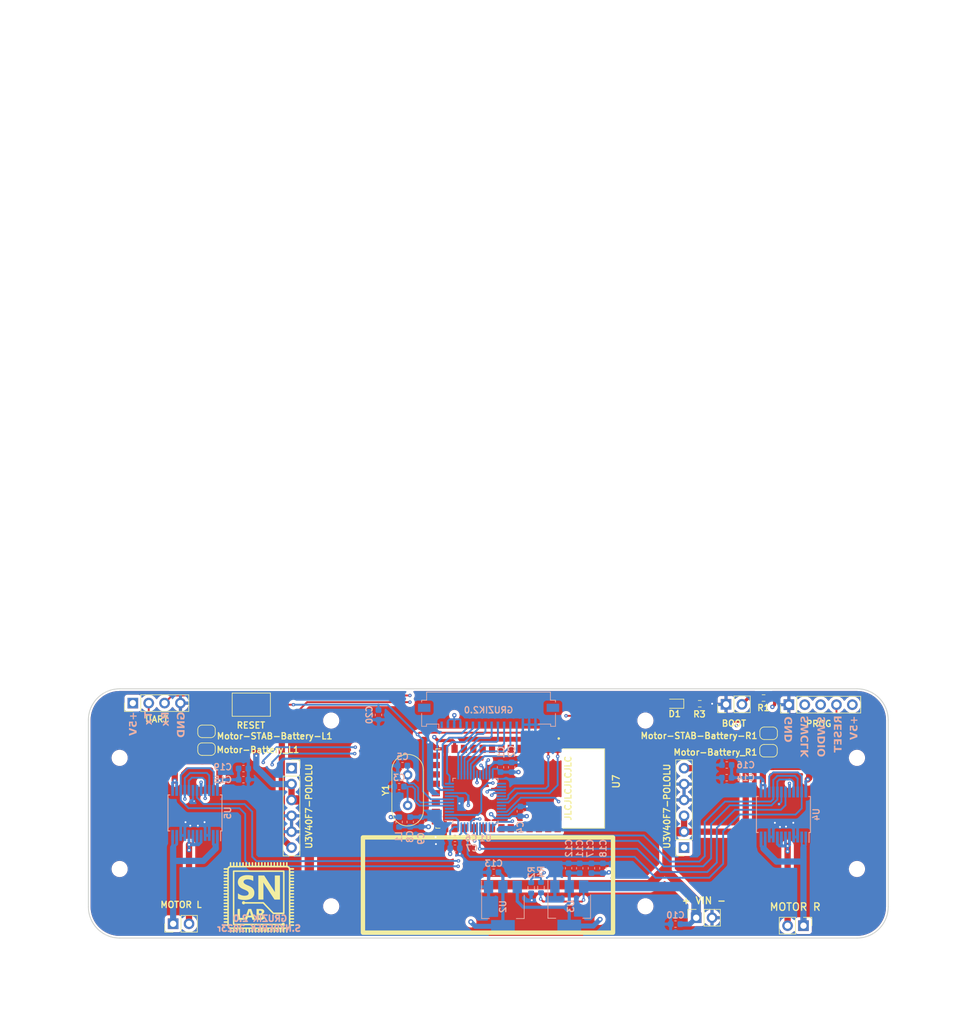
<source format=kicad_pcb>
(kicad_pcb (version 20221018) (generator pcbnew)
  (layers (0 "F.Cu" mixed) (1 "In1.Cu" mixed) (2 "In2.Cu" mixed) (31 "B.Cu" mixed) (34 "B.Paste" user) (35 "F.Paste" user) (36 "B.SilkS" user "B.Silkscreen") (37 "F.SilkS" user "F.Silkscreen") (38 "B.Mask" user) (39 "F.Mask" user) (44 "Edge.Cuts" user))
  (net 0 "")
  (net 1 "GND")
  (net 2 "/BOOT0")
  (net 3 "+3.3V")
  (net 4 "/HSE_OUT")
  (net 5 "/HSE_IN")
  (net 6 "+3.3VA")
  (net 7 "VDC")
  (net 8 "+5V")
  (net 9 "Motor_R")
  (net 10 "Motor_L")
  (net 11 "Net-(D1-K)")
  (net 12 "PC13")
  (net 13 "PB0")
  (net 14 "PA7")
  (net 15 "PA6")
  (net 16 "PA5")
  (net 17 "PA4")
  (net 18 "PA3")
  (net 19 "PA2")
  (net 20 "PA1")
  (net 21 "PA0")
  (net 22 "Net-(Motor-STAB-Battery-L1-B)")
  (net 23 "Net-(Motor-STAB-Battery-R1-B)")
  (net 24 "Net-(MOTOR_L1-Pin_1)")
  (net 25 "Net-(MOTOR_L1-Pin_2)")
  (net 26 "Net-(MOTOR_R1-Pin_1)")
  (net 27 "SWDIO")
  (net 28 "SWCLK")
  (net 29 "PB1")
  (net 30 "Net-(MOTOR_R1-Pin_2)")
  (net 31 "PC14")
  (net 32 "PC15")
  (net 33 "PB2")
  (net 34 "PB10")
  (net 35 "PB11")
  (net 36 "PB12")
  (net 37 "PB13")
  (net 38 "PB14")
  (net 39 "PB15")
  (net 40 "PA8")
  (net 41 "PA9")
  (net 42 "PA10")
  (net 43 "PA11")
  (net 44 "PA12")
  (net 45 "PA15")
  (net 46 "SWO")
  (net 47 "PB4")
  (net 48 "PB5")
  (net 49 "PB6")
  (net 50 "PB7")
  (net 51 "PB8")
  (net 52 "PB9")
  (net 83 "RESET")
  (footprint "Crystal:Crystal_HC49-4H_Vertical" (layer "F.Cu") (at 87.4268 151.7512 90)
    (fp_text reference "Y1")
    (fp_text value "8MHz")
  )
  (footprint "MountingHole:MountingHole_2.1mm" (layer "F.Cu") (at 75.184 167.894)
    (fp_text reference "REF**" hide)
    (fp_text value "MountingHole_2.1mm")
  )
  (footprint "Connector_PinHeader_2.54mm:PinHeader_1x02_P2.54mm_Vertical" (layer "F.Cu") (at 138.3792 135.5852 90)
    (fp_text reference "BOOT")
    (fp_text value "Conn_01x02_Pin")
  )
  (footprint "Jumper:SolderJumper-2_P1.3mm_Open_RoundedPad1.0x1.5mm" (layer "F.Cu") (at 145.1968 140.208 180)
    (fp_text reference "Motor-STAB-Battery-R1")
    (fp_text value "SolderJumper_2_Open")
  )
  (footprint "Jumper:SolderJumper-2_P1.3mm_Open_RoundedPad1.0x1.5mm" (layer "F.Cu") (at 145.176 143.002)
    (fp_text reference "Motor-Battery_R1")
    (fp_text value "SolderJumper_2_Open")
  )
  (footprint "Jumper:SolderJumper-2_P1.3mm_Open_RoundedPad1.0x1.5mm" (layer "F.Cu") (at 55.23 139.9032)
    (fp_text reference "Motor-STAB-Battery-L1")
    (fp_text value "SolderJumper_2_Open")
  )
  (footprint "Connector_PinHeader_2.54mm:PinHeader_1x02_P2.54mm_Vertical" (layer "F.Cu") (at 49.8856 170.688 90)
    (fp_text reference "MOTOR L")
    (fp_text value "Conn_01x02")
  )
  (footprint "Connector_PinHeader_2.54mm:PinHeader_1x04_P2.54mm_Vertical" (layer "F.Cu") (at 43.434 135.382 90)
    (fp_text reference "UART")
    (fp_text value "Conn_01x04")
  )
  (footprint "Connector_PinHeader_2.54mm:PinHeader_1x02_P2.54mm_Vertical" (layer "F.Cu") (at 150.7744 170.9928 -90)
    (fp_text reference "MOTOR R")
    (fp_text value "Conn_01x02")
  )
  (footprint "SN-LAB-logo:SN-LAB" (layer "F.Cu") (at 63.306772 166.531623)
    (fp_text reference "G***" hide)
    (fp_text value "LOGO" hide)
  )
  (footprint "MountingHole:MountingHole_2.1mm" (layer "F.Cu") (at 41.322 144.145)
    (fp_text reference "REF**" hide)
    (fp_text value "MountingHole_2.1mm")
  )
  (footprint "Jumper:SolderJumper-2_P1.3mm_Open_RoundedPad1.0x1.5mm" (layer "F.Cu") (at 55.23 142.748 180)
    (fp_text reference "Motor-Battery_L1")
    (fp_text value "SolderJumper_2_Open")
  )
  (footprint "MountingHole:MountingHole_2.1mm" (layer "F.Cu") (at 125.476 138.176)
    (fp_text reference "REF**" hide)
    (fp_text value "MountingHole_2.1mm")
  )
  (footprint "MountingHole:MountingHole_2.1mm" (layer "F.Cu") (at 159.338 161.925)
    (fp_text reference "REF**" hide)
    (fp_text value "MountingHole_2.1mm")
  )
  (footprint "Connector_PinHeader_2.54mm:PinHeader_1x05_P2.54mm_Vertical" (layer "F.Cu") (at 148.4376 135.636 90)
    (fp_text reference "PROG")
    (fp_text value "Conn_01x05")
  )
  (footprint "Resistor_SMD:R_0603_1608Metric" (layer "F.Cu") (at 144.3858 134.5692)
    (fp_text reference "R1")
    (fp_text value "10k")
  )
  (footprint "Resistor_SMD:R_0603_1608Metric" (layer "F.Cu") (at 134.175 135.4836)
    (fp_text reference "R3")
    (fp_text value "510R")
  )
  (footprint "MountingHole:MountingHole_2.1mm" (layer "F.Cu") (at 159.338 144.145)
    (fp_text reference "REF**" hide)
    (fp_text value "MountingHole_2.1mm")
  )
  (footprint "HC-05_module:XCVR_HC-05" (layer "F.Cu") (at 105.1062 149.0472 -90)
    (fp_text reference "U7")
    (fp_text value "HC-05")
  )
  (footprint "MountingHole:MountingHole_2.1mm" (layer "F.Cu") (at 75.184 138.176)
    (fp_text reference "REF**" hide)
    (fp_text value "MountingHole_2.1mm")
  )
  (footprint "Connector_PinSocket_2.54mm:PinSocket_1x06_P2.54mm_Vertical" (layer "F.Cu") (at 131.666 158.496 180)
    (fp_text reference "U3V40F7-POLOLU")
    (fp_text value "Conn_01x06")
  )
  (footprint "Connector_PinSocket_2.54mm:PinSocket_1x06_P2.54mm_Vertical" (layer "F.Cu") (at 68.834 145.796)
    (fp_text reference "U3V40F7-POLOLU")
    (fp_text value "Conn_01x06")
  )
  (footprint "MountingHole:MountingHole_2.1mm" (layer "F.Cu") (at 41.322 161.925)
    (fp_text reference "REF**" hide)
    (fp_text value "MountingHole_2.1mm")
  )
  (footprint "Connector_PinSocket_2.54mm:PinSocket_1x02_P2.54mm_Vertical" (layer "F.Cu") (at 133.604 169.7228 90)
    (fp_text reference "+ VIN -")
    (fp_text value "Conn_01x02")
  )
  (footprint "Button_Switch_SMD:SW_SPST_CK_RS282G05A3" (layer "F.Cu") (at 62.394 135.636)
    (fp_text reference "RESET")
    (fp_text value "SW_SPST")
  )
  (footprint "LED_SMD:LED_0603_1608Metric" (layer "F.Cu") (at 130.1365 135.4836 180)
    (fp_text reference "D1")
    (fp_text value "BLUE")
  )
  (footprint "MountingHole:MountingHole_2.1mm" (layer "F.Cu") (at 125.476 167.894)
    (fp_text reference "REF**" hide)
    (fp_text value "MountingHole_2.1mm")
  )
  (footprint "Package_TO_SOT_SMD:SOT-223-3_TabPin2" (layer "B.Cu") (at 113.284 167.894 -90)
    (fp_text reference "U3")
    (fp_text value "LM1117MP-5.0")
  )
  (footprint "Capacitor_SMD:C_0603_1608Metric" (layer "B.Cu") (at 105.4608 152.7048 90)
    (fp_text reference "C4")
    (fp_text value "100n")
  )
  (footprint "Package_TO_SOT_SMD:SOT-223-3_TabPin2" (layer "B.Cu") (at 102.6668 167.9444 -90)
    (fp_text reference "U2")
    (fp_text value "LM1117MP-3.3")
  )
  (footprint "Capacitor_SMD:C_0603_1608Metric" (layer "B.Cu") (at 86.601 145.3896 180)
    (fp_text reference "C5")
    (fp_text value "20p")
  )
  (footprint "Package_SO:SSOP-24_5.3x8.2mm_P0.65mm" (layer "B.Cu") (at 147.567 153.206 90)
    (fp_text reference "U4")
    (fp_text value "TB6612FNG")
  )
  (footprint "Capacitor_SMD:C_0603_1608Metric" (layer "B.Cu") (at 113.1824 161.798 90)
    (fp_text reference "C12")
    (fp_text value "10u")
  )
  (footprint "Capacitor_SMD:C_0603_1608Metric" (layer "B.Cu") (at 94.996 157.0228)
    (fp_text reference "C6")
    (fp_text value "100n")
  )
  (footprint "Capacitor_SMD:C_0603_1608Metric" (layer "B.Cu") (at 61.137476 145.86)
    (fp_text reference "C19")
    (fp_text value "10u")
  )
  (footprint "Resistor_SMD:R_0603_1608Metric" (layer "B.Cu") (at 107.188 164.9354 -90)
    (fp_text reference "R2")
    (fp_text value "20K")
  )
  (footprint "Capacitor_SMD:C_0603_1608Metric" (layer "B.Cu") (at 82.7532 137.2746 90)
    (fp_text reference "C20")
    (fp_text value "100n")
  )
  (footprint "Capacitor_SMD:C_0603_1608Metric" (layer "B.Cu") (at 102.2858 145.6436 90)
    (fp_text reference "C1")
    (fp_text value "4u7")
  )
  (footprint "Capacitor_SMD:C_0603_1608Metric" (layer "B.Cu") (at 86.0552 148.7424 180)
    (fp_text reference "C3")
    (fp_text value "20p")
  )
  (footprint "Capacitor_SMD:C_0603_1608Metric" (layer "B.Cu") (at 61.137476 147.638)
    (fp_text reference "C15")
    (fp_text value "0.1u")
  )
  (footprint "Inductor_SMD:L_0603_1608Metric" (layer "B.Cu") (at 86.0552 154.4067 -90)
    (fp_text reference "L1")
    (fp_text value "27n")
  )
  (footprint "Package_SO:SSOP-24_5.3x8.2mm_P0.65mm" (layer "B.Cu") (at 53.381 152.952 90)
    (fp_text reference "U5")
    (fp_text value "TB6612FNG")
  )
  (footprint "Capacitor_SMD:C_0603_1608Metric" (layer "B.Cu") (at 89.6112 154.3942 90)
    (fp_text reference "C9")
    (fp_text value "100n")
  )
  (footprint "Capacitor_SMD:C_0603_1608Metric" (layer "B.Cu") (at 101.1936 162.4584 180)
    (fp_text reference "C13")
    (fp_text value "33u")
  )
  (footprint "Capacitor_SMD:C_0603_1608Metric" (layer "B.Cu") (at 116.84 161.798 90)
    (fp_text reference "C17")
    (fp_text value "0.1u")
  )
  (footprint "Resistor_SMD:R_0603_1608Metric" (layer "B.Cu") (at 108.7628 164.8988 -90)
    (fp_text reference "R4")
    (fp_text value "33K")
  )
  (footprint "Capacitor_SMD:C_0603_1608Metric" (layer "B.Cu") (at 94.996 158.5976)
    (fp_text reference "C7")
    (fp_text value "100n")
  )
  (footprint "Capacitor_SMD:C_0603_1608Metric" (layer "B.Cu") (at 138.486476 147.32 180)
    (fp_text reference "C14")
    (fp_text value "0.1u")
  )
  (footprint "Capacitor_SMD:C_0603_1608Metric" (layer "B.Cu") (at 118.6688 161.798 90)
    (fp_text reference "C18")
    (fp_text value "0.1u")
  )
  (footprint "Package_QFP:LQFP-48_7x7mm_P0.5mm" (layer "B.Cu") (at 98.27 151.0315)
    (fp_text reference "U1")
    (fp_text value "STM32F103C8T6")
  )
  (footprint "Capacitor_SMD:C_0603_1608Metric" (layer "B.Cu") (at 130.289 170.7388 180)
    (fp_text reference "C10")
    (fp_text value "10u")
  )
  (footprint "Capacitor_SMD:C_0603_1608Metric" (layer "B.Cu") (at 87.8332 154.3942 90)
    (fp_text reference "C8")
    (fp_text value "1u")
  )
  (footprint "Connector_FFC-FPC:Molex_200528-0160_1x16-1MP_P1.00mm_Horizontal" (layer "B.Cu") (at 100.3672 137.9264)
    (fp_text reference "GRUZIK2.0")
    (fp_text value "Conn_01x16")
  )
  (footprint "Capacitor_SMD:C_0603_1608Metric" (layer "B.Cu") (at 138.499476 145.288 180)
    (fp_text reference "C16")
    (fp_text value "10u")
  )
  (footprint "Capacitor_SMD:C_0603_1608Metric" (layer "B.Cu") (at 114.9604 161.798 90)
    (fp_text reference "C11")
    (fp_text value "33u")
  )
  (footprint "Capacitor_SMD:C_0603_1608Metric" (layer "B.Cu") (at 104.0638 145.6436 90)
    (fp_text reference "C2")
    (fp_text value "100n")
  )
  (gr_rect (start 80.264 156.8704) (end 120.2944 172.1104) (stroke (width 0.7)) (fill none) (layer "F.SilkS"))
  (gr_line (start 164.338 167.974) (end 164.338 138.096) (stroke (width 0.15)) (layer "Edge.Cuts"))
  (gr_arc (start 164.338 167.974) (mid 162.873534 171.509533) (end 159.338 172.974) (stroke (width 0.15)) (layer "Edge.Cuts"))
  (gr_line (start 159.338 172.974) (end 41.322 172.974) (stroke (width 0.15)) (layer "Edge.Cuts"))
  (gr_arc (start 159.338 133.096) (mid 162.873533 134.560466) (end 164.338 138.096) (stroke (width 0.15)) (layer "Edge.Cuts"))
  (gr_arc (start 41.322 172.974) (mid 37.786467 171.509534) (end 36.322 167.974) (stroke (width 0.15)) (layer "Edge.Cuts"))
  (gr_line (start 36.322 138.096) (end 36.322 167.974) (stroke (width 0.15)) (layer "Edge.Cuts"))
  (gr_line (start 159.338 133.096) (end 41.322 133.096) (stroke (width 0.15)) (layer "Edge.Cuts"))
  (gr_arc (start 36.322 138.096) (mid 37.786466 134.560467) (end 41.322 133.096) (stroke (width 0.15)) (layer "Edge.Cuts"))
  (gr_text "SWCLK" (at 151.7396 137.414 90) (layer "B.SilkS") (effects (font (size 1.2 1.2) (thickness 0.3) bold) (justify left bottom mirror)))
  (gr_text "Tx" (at 46.6852 136.7028 90) (layer "B.SilkS") (effects (font (size 1.2 1.2) (thickness 0.3) bold) (justify left bottom mirror)))
  (gr_text "GRUZIK 2.0" (at 68.2752 170.434) (layer "B.SilkS") (effects (font (size 1 1) (thickness 0.25) bold) (justify left bottom mirror)))
  (gr_text "+5V" (at 44.2468 136.7536 90) (layer "B.SilkS") (effects (font (size 1.2 1.2) (thickness 0.3) bold) (justify left bottom mirror)))
  (gr_text "+5V" (at 159.6136 137.414 90) (layer "B.SilkS") (effects (font (size 1.2 1.2) (thickness 0.3) bold) (justify left bottom mirror)))
  (gr_text "Rx" (at 49.3776 136.7536 90) (layer "B.SilkS") (effects (font (size 1.2 1.2) (thickness 0.3) bold) (justify left bottom mirror)))
  (gr_text "S.NYDEREK 2023r" (at 70.4596 172.0088) (layer "B.SilkS") (effects (font (size 1 1) (thickness 0.25) bold) (justify left bottom mirror)))
  (gr_text "SWDIO" (at 154.432 137.5156 90) (layer "B.SilkS") (effects (font (size 1.2 1.2) (thickness 0.3) bold) (justify left bottom mirror)))
  (gr_text "GND" (at 51.9176 136.7536 90) (layer "B.SilkS") (effects (font (size 1.2 1.2) (thickness 0.3) bold) (justify left bottom mirror)))
  (gr_text "RESET" (at 157.0736 137.3632 90) (layer "B.SilkS") (effects (font (size 1.2 1.2) (thickness 0.3) bold) (justify left bottom mirror)))
  (gr_text "GND" (at 149.1488 137.5156 90) (layer "B.SilkS") (effects (font (size 1.2 1.2) (thickness 0.3) bold) (justify left bottom mirror)))
  (gr_text "JLCJLCJLCJLC" (at 113.6904 154.2796 90) (layer "F.SilkS") (effects (font (size 1 1) (thickness 0.2) bold) (justify left bottom)))
  (segment (start 91.8972 156.8196) (end 91.9312 156.7856) (width 0.5) (layer "F.Cu") (net 1))
  (segment (start 91.7448 142.6972) (end 90.7288 141.6812) (width 0.5) (layer "F.Cu") (net 1))
  (segment (start 93.4312 157.216) (end 93.4312 155.3972) (width 0.5) (layer "F.Cu") (net 1))
  (segment (start 91.948 157.9372) (end 92.71 157.9372) (width 0.5) (layer "F.Cu") (net 1))
  (segment (start 135 135.4836) (end 136.1562 135.4836) (width 0.5) (layer "F.Cu") (net 1))
  (segment (start 91.9312 156.7856) (end 91.9312 154.2972) (width 0.5) (layer "F.Cu") (net 1))
  (segment (start 93.4312 142.6972) (end 91.7448 142.6972) (width 0.5) (layer "F.Cu") (net 1))
  (segment (start 92.71 157.9372) (end 93.4312 157.216) (width 0.5) (layer "F.Cu") (net 1))
  (via (at 51.8668 154.432) (size 0.7) (drill 0.3) (layers "F.Cu" "B.Cu") (net 1))
  (via (at 136.1562 135.4836) (size 0.7) (drill 0.3) (layers "F.Cu" "B.Cu") (net 1))
  (via (at 147.0152 155.194) (size 0.7) (drill 0.3) (layers "F.Cu" "B.Cu") (net 1))
  (via (at 146.2024 154.5336) (size 0.7) (drill 0.3) (layers "F.Cu" "B.Cu") (net 1))
  (via (at 53.848 154.9908) (size 0.7) (drill 0.3) (layers "F.Cu" "B.Cu") (net 1))
  (via (at 91.948 157.9372) (size 0.7) (drill 0.3) (layers "F.Cu" "B.Cu") (net 1))
  (via (at 91.8972 156.8196) (size 0.7) (drill 0.3) (layers "F.Cu" "B.Cu") (net 1))
  (via (at 52.6288 154.9908) (size 0.7) (drill 0.3) (layers "F.Cu" "B.Cu") (net 1))
  (via (at 53.2384 151.0792) (size 0.55) (drill 0.2) (layers "F.Cu" "B.Cu") (net 1))
  (via (at 90.7288 141.6812) (size 0.7) (drill 0.3) (layers "F.Cu" "B.Cu") (net 1))
  (via (at 106.5146 151.9298) (size 0.7) (drill 0.3) (layers "F.Cu" "B.Cu") (net 1))
  (via (at 95.7072 151.4348) (size 0.7) (drill 0.3) (layers "F.Cu" "B.Cu") (net 1))
  (via (at 147.9804 155.1432) (size 0.7) (drill 0.3) (layers "F.Cu" "B.Cu") (net 1))
  (via (at 107.2896 166.9288) (size 0.7) (drill 0.3) (layers "F.Cu" "B.Cu") (net 1))
  (via (at 105.156 144.8686) (size 0.7) (drill 0.3) (layers "F.Cu" "B.Cu") (net 1))
  (via (at 95.771 159.499) (size 0.7) (drill 0.3) (layers "F.Cu" "B.Cu") (net 1))
  (via (at 149.1488 154.5336) (size 0.7) (drill 0.3) (layers "F.Cu" "B.Cu") (net 1))
  (via (at 146.8628 151.5364) (size 0.55) (drill 0.2) (layers "F.Cu" "B.Cu") (net 1))
  (via (at 54.9148 154.432) (size 0.7) (drill 0.3) (layers "F.Cu" "B.Cu") (net 1))
  (segment (start 95.771 157.0228) (end 95.771 156.451) (width 0.3) (layer "B.Cu") (net 1))
  (segment (start 102.2858 144.8686) (end 101.3082 144.8686) (width 0.3) (layer "B.Cu") (net 1))
  (segment (start 53.848 154.9908) (end 54.7448 154.9908) (width 0.45) (layer "B.Cu") (net 1))
  (segment (start 102.2858 144.8686) (end 104.0638 144.8686) (width 0.5) (layer "B.Cu") (net 1))
  (segment (start 95.771 156.451) (end 96.02 156.202) (width 0.3) (layer "B.Cu") (net 1))
  (segment (start 51.8668 154.432) (end 54.9148 154.432) (width 0.45) (layer "B.Cu") (net 1))
  (segment (start 145.292 156.806) (end 145.292 155.2488) (width 0.45) (layer "B.Cu") (net 1))
  (segment (start 113.1824 161.023) (end 114.9604 161.023) (width 0.5) (layer "B.Cu") (net 1))
  (segment (start 107.188 166.8272) (end 107.2896 166.9288) (width 0.5) (layer "B.Cu") (net 1))
  (segment (start 104.8642 151.9298) (end 103.5125 153.2815) (width 0.3) (layer "B.Cu") (net 1))
  (segment (start 147.242 149.606) (end 147.242 151.1572) (width 0.3) (layer "B.Cu") (net 1))
  (segment (start 95.771 158.5976) (end 95.771 159.499) (width 0.5) (layer "B.Cu") (net 1))
  (segment (start 105.156 144.8686) (end 104.0638 144.8686) (width 0.5) (layer "B.Cu") (net 1))
  (segment (start 105.4608 151.9298) (end 104.8642 151.9298) (width 0.3) (layer "B.Cu") (net 1))
  (segment (start 95.7072 150.6728) (end 95.7072 151.4348) (width 0.3) (layer "B.Cu") (net 1))
  (segment (start 146.229 155.194) (end 147.0152 155.194) (width 0.45) (layer "B.Cu") (net 1))
  (segment (start 146.2024 154.5336) (end 149.1488 154.5336) (width 0.45) (layer "B.Cu") (net 1))
  (segment (start 149.192 155.506) (end 149.192 156.806) (width 0.45) (layer "B.Cu") (net 1))
  (segment (start 100.52 145.6568) (end 100.52 146.869) (width 0.3) (layer "B.Cu") (net 1))
  (segment (start 101.3082 144.8686) (end 100.52 145.6568) (width 0.3) (layer "B.Cu") (net 1))
  (segment (start 100.3668 162.5102) (end 100.4186 162.4584) (width 0.5) (layer "B.Cu") (net 1))
  (segment (start 51.106 156.552) (end 51.106 154.9412) (width 0.45) (layer "B.Cu") (net 1))
  (segment (start 51.756 156.552) (end 51.756 155.227) (width 0.45) (layer "B.Cu") (net 1))
  (segment (start 148.0312 155.194) (end 148.88 155.194) (width 0.45) (layer "B.Cu") (net 1))
  (segment (start 147.0152 155.194) (end 147.9296 155.194) (width 0.45) (layer "B.Cu") (net 1))
  (segment (start 118.6688 161.023) (end 116.84 161.023) (width 0.5) (layer "B.Cu") (net 1))
  (segment (start 53.056 150.8968) (end 53.2384 151.0792) (width 0.3) (layer "B.Cu") (net 1))
  (segment (start 149.2504 154.5336) (end 149.842 155.1252) (width 0.45) (layer "B.Cu") (net 1))
  (segment (start 148.88 155.194) (end 149.192 155.506) (width 0.45) (layer "B.Cu") (net 1))
  (segment (start 145.288 155.2448) (end 145.9992 154.5336) (width 0.45) (layer "B.Cu") (net 1))
  (segment (start 107.188 165.7604) (end 107.188 166.8272) (width 0.5) (layer "B.Cu") (net 1))
  (segment (start 51.6128 154.432) (end 51.8668 154.432) (width 0.45) (layer "B.Cu") (net 1))
  (segment (start 106.5146 151.9298) (end 105.4608 151.9298) (width 0.5) (layer "B.Cu") (net 1))
  (segment (start 94.1075 150.2815) (end 95.3159 150.2815) (width 0.3) (layer "B.Cu") (net 1))
  (segment (start 147.242 151.1572) (end 146.8628 151.5364) (width 0.3) (layer "B.Cu") (net 1))
  (segment (start 114.9604 161.023) (end 116.84 161.023) (width 0.5) (layer "B.Cu") (net 1))
  (segment (start 87.8332 153.6192) (end 89.6112 153.6192) (width 0.5) (layer "B.Cu") (net 1))
  (segment (start 103.5125 153.2815) (end 102.4325 153.2815) (width 0.3) (layer "B.Cu") (net 1))
  (segment (start 95.7072 151.4348) (end 95.7072 151.384) (width 0.3) (layer "B.Cu") (net 1))
  (segment (start 54.9148 154.432) (end 54.9656 154.432) (width 0.45) (layer "B.Cu") (net 1))
  (segment (start 145.9992 154.5336) (end 146.2024 154.5336) (width 0.45) (layer "B.Cu") (net 1))
  (segment (start 147.9804 155.1432) (end 148.0312 155.194) (width 0.45) (layer "B.Cu") (net 1))
  (segment (start 51.756 155.227) (end 51.9922 154.9908) (width 0.45) (layer "B.Cu") (net 1))
  (segment (start 147.9296 155.194) (end 147.9804 155.1432) (width 0.45) (layer "B.Cu") (net 1))
  (segment (start 53.056 149.352) (end 53.056 150.8968) (width 0.3) (layer "B.Cu") (net 1))
  (segment (start 54.7448 154.9908) (end 55.006 155.252) (width 0.45) (layer "B.Cu") (net 1))
  (segment (start 145.942 155.481) (end 146.229 155.194) (width 0.45) (layer "B.Cu") (net 1))
  (segment (start 54.9656 154.432) (end 55.656 155.1224) (width 0.45) (layer "B.Cu") (net 1))
  (segment (start 145.942 156.806) (end 145.942 155.481) (width 0.45) (layer "B.Cu") (net 1))
  (segment (start 51.1048 154.94) (end 51.6128 154.432) (width 0.45) (layer "B.Cu") (net 1))
  (segment (start 51.106 154.9412) (end 51.1048 154.94) (width 0.45) (layer "B.Cu") (net 1))
  (segment (start 52.6288 154.9908) (end 53.848 154.9908) (width 0.45) (layer "B.Cu") (net 1))
  (segment (start 145.292 155.2488) (end 145.288 155.2448) (width 0.45) (layer "B.Cu") (net 1))
  (segment (start 96.02 156.202) (end 96.02 155.194) (width 0.3) (layer "B.Cu") (net 1))
  (segment (start 149.1488 154.5336) (end 149.2504 154.5336) (width 0.45) (layer "B.Cu") (net 1))
  (segment (start 51.9922 154.9908) (end 52.6288 154.9908) (width 0.45) (layer "B.Cu") (net 1))
  (segment (start 100.3668 164.7944) (end 100.3668 162.5102) (width 0.5) (layer "B.Cu") (net 1))
  (segment (start 55.006 155.252) (end 55.006 156.552) (width 0.45) (layer "B.Cu") (net 1))
  (segment (start 55.656 155.1224) (end 55.656 156.552) (width 0.45) (layer "B.Cu") (net 1))
  (segment (start 149.842 155.1252) (end 149.842 156.806) (width 0.45) (layer "B.Cu") (net 1))
  (segment (start 95.771 157.0228) (end 95.771 158.5976) (width 0.5) (layer "B.Cu") (net 1))
  (segment (start 137.711476 145.301) (end 137.724476 145.288) (width 0.5) (layer "B.Cu") (net 1))
  (segment (start 95.3159 150.2815) (end 95.7072 150.6728) (width 0.3) (layer "B.Cu") (net 1))
  (segment (start 141.9352 134.5692) (end 140.9192 135.5852) (width 0.5) (layer "F.Cu") (net 2))
  (segment (start 143.5608 134.5692) (end 141.9352 134.5692) (width 0.5) (layer "F.Cu") (net 2))
  (via (at 98.9584 153.924) (size 0.55) (drill 0.2) (layers "F.Cu" "B.Cu") (net 2))
  (segment (start 97.951459 153.924) (end 98.9584 153.924) (width 0.3) (layer "B.Cu") (net 2))
  (segment (start 97.52 155.194) (end 97.52 154.355459) (width 0.3) (layer "B.Cu") (net 2))
  (segment (start 97.52 154.355459) (end 97.951459 153.924) (width 0.3) (layer "B.Cu") (net 2))
  (segment (start 94.6404 141.3764) (end 92.7608 141.3764) (width 0.5) (layer "F.Cu") (net 3))
  (segment (start 91.8464 140.97) (end 91.694 140.8176) (width 0.5) (layer "F.Cu") (net 3))
  (segment (start 92.2528 141.3764) (end 91.8464 140.97) (width 0.5) (layer "F.Cu") (net 3))
  (segment (start 94.742 141.478) (end 94.6404 141.3764) (width 0.5) (layer "F.Cu") (net 3))
  (segment (start 92.7608 141.3764) (end 92.2528 141.3764) (width 0.5) (layer "F.Cu") (net 3))
  (segment (start 145.8976 134.5692) (end 145.2108 134.5692) (width 0.5) (layer "F.Cu") (net 3))
  (segment (start 94.9312 141.6672) (end 94.742 141.478) (width 0.5) (layer "F.Cu") (net 3))
  (segment (start 94.9312 142.6972) (end 94.9312 141.6672) (width 0.5) (layer "F.Cu") (net 3))
  (segment (start 146.1516 135.636) (end 146.1516 134.8232) (width 0.5) (layer "F.Cu") (net 3))
  (segment (start 146.1516 134.8232) (end 145.8976 134.5692) (width 0.5) (layer "F.Cu") (net 3))
  (segment (start 145.796 135.9916) (end 146.1516 135.636) (width 0.5) (layer "F.Cu") (net 3))
  (via (at 84.7344 153.6192) (size 0.7) (drill 0.3) (layers "F.Cu" "B.Cu") (net 3))
  (via (at 145.796 135.9916) (size 0.7) (drill 0.3) (layers "F.Cu" "B.Cu") (net 3))
  (via (at 94.221 159.512) (size 0.7) (drill 0.3) (layers "F.Cu" "B.Cu") (net 3))
  (via (at 91.694 140.8176) (size 0.7) (drill 0.3) (layers "F.Cu" "B.Cu") (net 3))
  (via (at 97.536 170.3832) (size 0.8) (drill 0.4) (layers "F.Cu" "B.Cu") (net 3))
  (via (at 119.634 162.4584) (size 0.7) (drill 0.3) (layers "F.Cu" "B.Cu") (net 3))
  (via (at 100.7872 153.162) (size 0.7) (drill 0.3) (layers "F.Cu" "B.Cu") (net 3))
  (via (at 54.356 148.052) (size 0.55) (drill 0.2) (layers "F.Cu" "B.Cu") (net 3))
  (via (at 148.5387 148.2339) (size 0.55) (drill 0.2) (layers "F.Cu" "B.Cu") (net 3))
  (via (at 105.156 146.4186) (size 0.7) (drill 0.3) (layers "F.Cu" "B.Cu") (net 3))
  (via (at 106.4768 153.4798) (size 0.7) (drill 0.3) (layers "F.Cu" "B.Cu") (net 3))
  (segment (start 94.8436 155.194) (end 94.221 155.8166) (width 0.3) (layer "B.Cu") (net 3))
  (segment (start 103.798114 153.7815) (end 104.099814 153.4798) (width 0.3) (layer "B.Cu") (net 3))
  (segment (start 101.4067 153.7815) (end 100.7872 153.162) (width 0.3) (layer "B.Cu") (net 3))
  (segment (start 148.5387 148.2339) (end 148.5387 148.3027) (width 0.45) (layer "B.Cu") (net 3))
  (segment (start 101.7524 145.8976) (end 101.1428 145.8976) (width 0.3) (layer "B.Cu") (net 3))
  (segment (start 102.2734 146.4186) (end 102.2858 146.4186) (width 0.3) (layer "B.Cu") (net 3))
  (segment (start 102.4325 153.7815) (end 103.798114 153.7815) (width 0.3) (layer "B.Cu") (net 3))
  (segment (start 104.099814 153.4798) (end 105.4608 153.4798) (width 0.3) (layer "B.Cu") (net 3))
  (segment (start 102.4325 153.7815) (end 101.4067 153.7815) (width 0.3) (layer "B.Cu") (net 3))
  (segment (start 94.221 159.512) (end 94.221 158.5976) (width 0.5) (layer "B.Cu") (net 3))
  (segment (start 94.221 155.8166) (end 94.221 157.0228) (width 0.3) (layer "B.Cu") (net 3))
  (segment (start 148.542 148.306) (end 148.542 149.606) (width 0.45) (layer "B.Cu") (net 3))
  (segment (start 102.6668 171.0944) (end 98.2472 171.0944) (width 0.8) (layer "B.Cu") (net 3))
  (segment (start 119.5194 162.573) (end 119.634 162.4584) (width 0.5) (layer "B.Cu") (net 3))
  (segment (start 84.7344 153.6192) (end 86.0552 153.6192) (width 0.5) (layer "B.Cu") (net 3))
  (segment (start 148.5387 148.3027) (end 148.542 148.306) (width 0.45) (layer "B.Cu") (net 3))
  (segment (start 106.4768 153.4798) (end 105.4608 153.4798) (width 0.5) (layer "B.Cu") (net 3))
  (segment (start 102.6668 163.1566) (end 101.9686 162.4584) (width 0.5) (layer "B.Cu") (net 3))
  (segment (start 95.52 155.194) (end 94.8436 155.194) (width 0.3) (layer "B.Cu") (net 3))
  (segment (start 95.52 155.194) (end 95.52 154.1432) (width 0.3) (layer "B.Cu") (net 3))
  (segment (start 98.2472 171.0944) (end 97.536 170.3832) (width 0.8) (layer "B.Cu") (net 3))
  (segment (start 104.0638 146.4186) (end 102.2858 146.4186) (width 0.5) (layer "B.Cu") (net 3))
  (segment (start 54.356 148.052) (end 54.356 149.352) (width 0.45) (layer "B.Cu") (net 3))
  (segment (start 95.1583 153.7815) (end 94.1075 153.7815) (width 0.3) (layer "B.Cu") (net 3))
  (segment (start 101.02 146.0204) (end 101.02 146.869) (width 0.3) (layer "B.Cu") (net 3))
  (segment (start 116.84 162.573) (end 118.6688 162.573) (width 0.5) (layer "B.Cu") (net 3))
  (segment (start 95.52 154.1432) (end 95.1583 153.7815) (width 0.3) (layer "B.Cu") (net 3))
  (segment (start 101.7524 145.8976) (end 102.2734 146.4186) (width 0.3) (layer "B.Cu") (net 3))
  (segment (start 118.6688 162.573) (end 119.5194 162.573) (width 0.5) (layer "B.Cu") (net 3))
  (segment (start 94.221 157.0228) (end 94.221 158.5976) (width 0.5) (layer "B.Cu") (net 3))
  (segment (start 102.6668 171.0944) (end 102.6668 164.7944) (width 0.5) (layer "B.Cu") (net 3))
  (segment (start 101.1428 145.8976) (end 101.02 146.0204) (width 0.3) (layer "B.Cu") (net 3))
  (segment (start 102.6668 164.7944) (end 102.6668 163.1566) (width 0.5) (layer "B.Cu") (net 3))
  (segment (start 105.156 146.4186) (end 104.0638 146.4186) (width 0.5) (layer "B.Cu") (net 3))
  (segment (start 94.1075 151.7815) (end 90.9917 151.7815) (width 0.3) (layer "B.Cu") (net 4))
  (segment (start 88.1888 148.7424) (end 87.2236 148.7424) (width 0.3) (layer "B.Cu") (net 4))
  (segment (start 88.5952 149.1488) (end 88.1888 148.7424) (width 0.3) (layer "B.Cu") (net 4))
  (segment (start 90.9917 151.7815) (end 90.9908 151.7824) (width 0.3) (layer "B.Cu") (net 4))
  (segment (start 87.4138 151.7004) (end 87.4138 148.9326) (width 0.3) (layer "B.Cu") (net 4))
  (segment (start 89.302494 151.7824) (end 88.5952 151.075106) (width 0.3) (layer "B.Cu") (net 4))
  (segment (start 88.5952 151.075106) (end 88.5952 149.1488) (width 0.3) (layer "B.Cu") (net 4))
  (segment (start 90.9908 151.7824) (end 89.302494 151.7824) (width 0.3) (layer "B.Cu") (net 4))
  (segment (start 89.5096 151.2824) (end 90.0176 151.2824) (width 0.3) (layer "B.Cu") (net 5))
  (segment (start 89.1032 150.876) (end 89.5096 151.2824) (width 0.3) (layer "B.Cu") (net 5))
  (segment (start 87.4268 145.4404) (end 87.376 145.3896) (width 0.3) (layer "B.Cu") (net 5))
  (segment (start 88.395907 148.2424) (end 87.63 148.2424) (width 0.3) (layer "B.Cu") (net 5))
  (segment (start 87.376 147.9804) (end 87.376 146.922) (width 0.3) (layer "B.Cu") (net 5))
  (segment (start 89.1032 150.876) (end 89.1032 148.949694) (width 0.3) (layer "B.Cu") (net 5))
  (segment (start 90.0185 151.2815) (end 90.0176 151.2824) (width 0.3) (layer "B.Cu") (net 5))
  (segment (start 87.4268 146.8712) (end 87.4268 145.4404) (width 0.3) (layer "B.Cu") (net 5))
  (segment (start 89.1032 148.949694) (end 88.395907 148.2424) (width 0.3) (layer "B.Cu") (net 5))
  (segment (start 87.63 148.2424) (end 87.63 148.2344) (width 0.3) (layer "B.Cu") (net 5))
  (segment (start 87.63 148.2344) (end 87.376 147.9804) (width 0.3) (layer "B.Cu") (net 5))
  (segment (start 94.1075 151.2815) (end 90.0185 151.2815) (width 0.3) (layer "B.Cu") (net 5))
  (via (at 90.7542 155.1692) (size 0.8) (drill 0.4) (layers "F.Cu" "B.Cu") (net 6))
  (via (at 97.1296 151.7396) (size 0.55) (drill 0.2) (layers "F.Cu" "B.Cu") (net 6))
  (segment (start 90.7542 155.1692) (end 89.6112 155.1692) (width 0.5) (layer "B.Cu") (net 6))
  (segment (start 97.1296 150.2156) (end 97.1296 151.7396) (width 0.4) (layer "B.Cu") (net 6))
  (segment (start 87.8332 155.1692) (end 86.0802 155.1692) (width 0.5) (layer "B.Cu") (net 6))
  (segment (start 97.1296 150.2156) (end 96.6955 149.7815) (width 0.3) (layer "B.Cu") (net 6))
  (segment (start 96.6955 149.7815) (end 94.1075 149.7815) (width 0.3) (layer "B.Cu") (net 6))
  (segment (start 89.6112 155.1692) (end 87.8332 155.1692) (width 0.5) (layer "B.Cu") (net 6))
  (segment (start 141.5288 154.5844) (end 140.1572 155.956) (width 1) (layer "F.Cu") (net 7))
  (segment (start 128.9304 157.2768) (end 130.2512 155.956) (width 1.5) (layer "F.Cu") (net 7))
  (segment (start 141.5288 144.1704) (end 141.5288 154.5844) (width 1) (layer "F.Cu") (net 7))
  (segment (start 128.9304 162.4076) (end 128.9304 161.6456) (width 1.5) (layer "F.Cu") (net 7))
  (segment (start 68.834 150.876) (end 71.0692 150.876) (width 1.5) (layer "F.Cu") (net 7))
  (segment (start 71.6788 162.8648) (end 73.2536 164.4396) (width 1.5) (layer "F.Cu") (net 7))
  (segment (start 131.666 155.956) (end 131.666 153.416) (width 1) (layer "F.Cu") (net 7))
  (segment (start 115.57 166.878) (end 115.316 167.132) (width 0.3) (layer "F.Cu") (net 7))
  (segment (start 126.1364 164.4396) (end 127.0508 163.5252) (width 1.5) (layer "F.Cu") (net 7))
  (segment (start 128.9304 161.6456) (end 128.9304 157.2768) (width 1.5) (layer "F.Cu") (net 7))
  (segment (start 142.6972 143.002) (end 141.5288 144.1704) (width 1) (layer "F.Cu") (net 7))
  (segment (start 73.2536 164.4396) (end 126.1364 164.4396) (width 1.5) (layer "F.Cu") (net 7))
  (segment (start 63.1952 143.1036) (end 62.7888 142.6972) (width 1) (layer "F.Cu") (net 7))
  (segment (start 144.526 143.002) (end 142.6972 143.002) (width 1) (layer "F.Cu") (net 7))
  (segment (start 133.604 167.0812) (end 128.9304 162.4076) (width 1.5) (layer "F.Cu") (net 7))
  (segment (start 140.1572 155.956) (end 131.666 155.956) (width 1) (layer "F.Cu") (net 7))
  (segment (start 63.1952 143.8148) (end 63.1952 143.1036) (width 1) (layer "F.Cu") (net 7))
  (segment (start 61.7728 142.6972) (end 55.9308 142.6972) (width 1) (layer "F.Cu") (net 7))
  (segment (start 71.0692 150.876) (end 71.6788 151.4856) (width 1.5) (layer "F.Cu") (net 7))
  (segment (start 71.6788 151.4856) (end 71.6788 162.8648) (width 1.5) (layer "F.Cu") (net 7))
  (segment (start 55.9308 142.6972) (end 55.88 142.748) (width 1) (layer "F.Cu") (net 7))
  (segment (start 133.604 169.7228) (end 133.604 167.0812) (width 1.5) (layer "F.Cu") (net 7))
  (segment (start 68.834 150.876) (end 68.834 148.336) (width 1) (layer "F.Cu") (net 7))
  (segment (start 130.2512 155.956) (end 131.666 155.956) (width 1.5) (layer "F.Cu") (net 7))
  (segment (start 62.7888 142.6972) (end 61.7728 142.6972) (width 1) (layer "F.Cu") (net 7))
  (segment (start 109.1184 167.132) (end 108.712 166.7256) (width 0.3) (layer "F.Cu") (net 7))
  (segment (start 115.316 167.132) (end 109.1184 167.132) (width 0.3) (layer "F.Cu") (net 7))
  (segment (start 127.0508 163.5252) (end 128.9304 161.6456) (width 1.5) (layer "F.Cu") (net 7))
  (via (at 63.1952 143.8148) (size 0.7) (drill 0.3) (layers "F.Cu" "B.Cu") (net 7))
  (via (at 108.712 166.7256) (size 0.55) (drill 0.25) (layers "F.Cu" "B.Cu") (net 7))
  (via (at 115.57 166.878) (size 0.55) (drill 0.25) (layers "F.Cu" "B.Cu") (net 7))
  (segment (start 115.584 164.744) (end 115.584 166.864) (width 0.3) (layer "B.Cu") (net 7))
  (segment (start 115.584 166.864) (end 115.57 166.878) (width 0.3) (layer "B.Cu") (net 7))
  (segment (start 131.064 170.7388) (end 132.588 170.7388) (width 0.8) (layer "B.Cu") (net 7))
  (segment (start 132.588 170.7388) (end 133.604 169.7228) (width 0.8) (layer "B.Cu") (net 7))
  (segment (start 65.8368 148.336) (end 63.9064 146.4056) (width 1) (layer "B.Cu") (net 7))
  (segment (start 63.1952 145.6944) (end 63.1952 145.6436) (width 1) (layer "B.Cu") (net 7))
  (segment (start 63.1952 145.6436) (end 63.1952 143.8148) (width 1) (layer "B.Cu") (net 7))
  (segment (start 131.216 164.744) (end 115.584 164.744) (width 1.5) (layer "B.Cu") (net 7))
  (segment (start 133.604 169.7228) (end 133.604 167.132) (width 1.5) (layer "B.Cu") (net 7))
  (segment (start 133.604 167.132) (end 131.216 164.744) (width 1.5) (layer "B.Cu") (net 7))
  (segment (start 108.712 166.7256) (end 108.712 165.7746) (width 0.3) (layer "B.Cu") (net 7))
  (segment (start 68.834 148.336) (end 65.8368 148.336) (width 1) (layer "B.Cu") (net 7))
  (segment (start 63.9064 146.4056) (end 63.1952 145.6944) (width 1) (layer "B.Cu") (net 7))
  (segment (start 108.712 165.7746) (end 108.7628 165.7238) (width 0.3) (layer "B.Cu") (net 7))
  (via (at 118.2116 169.9768) (size 0.8) (drill 0.4) (layers "F.Cu" "B.Cu") (net 8))
  (via (at 94.8944 137.3124) (size 0.7) (drill 0.3) (layers "F.Cu" "B.Cu") (net 8))
  (segment (start 95.758 137.9728) (end 95.8672 138.082) (width 0.3) (layer "B.Cu") (net 8))
  (segment (start 104.9668 167.0952) (end 105.918 168.0464) (width 0.5) (layer "B.Cu") (net 8))
  (segment (start 94.8672 137.9728) (end 94.8672 137.3396) (width 0.3) (layer "B.Cu") (net 8))
  (segment (start 94.8672 137.3396) (end 94.8944 137.3124) (width 0.3) (layer "B.Cu") (net 8))
  (segment (start 113.284 167.3352) (end 113.284 164.744) (width 0.5) (layer "B.Cu") (net 8))
  (segment (start 113.284 162.6746) (end 113.1824 162.573) (width 0.5) (layer "B.Cu") (net 8))
  (segment (start 94.8672 138.8364) (end 94.8672 137.9728) (width 0.3) (layer "B.Cu") (net 8))
  (segment (start 113.284 171.044) (end 113.284 168.8592) (width 0.5) (layer "B.Cu") (net 8))
  (segment (start 93.8672 138.238) (end 93.8672 138.8364) (width 0.3) (layer "B.Cu") (net 8))
  (segment (start 113.284 168.8592) (end 112.522 168.0972) (width 0.5) (layer "B.Cu") (net 8))
  (segment (start 94.1324 137.9728) (end 93.8672 138.238) (width 0.3) (layer "B.Cu") (net 8))
  (segment (start 94.8672 137.9728) (end 94.1324 137.9728) (width 0.3) (layer "B.Cu") (net 8))
  (segment (start 104.9668 164.7944) (end 104.9668 167.0952) (width 0.5) (layer "B.Cu") (net 8))
  (segment (start 112.522 168.0972) (end 113.284 167.3352) (width 0.5) (layer "B.Cu") (net 8))
  (segment (start 94.8672 137.9728) (end 95.758 137.9728) (width 0.3) (layer "B.Cu") (net 8))
  (segment (start 117.1444 171.044) (end 118.2116 169.9768) (width 0.8) (layer "B.Cu") (net 8))
  (segment (start 105.918 168.0464) (end 112.4712 168.0464) (width 0.5) (layer "B.Cu") (net 8))
  (segment (start 95.8672 138.082) (end 95.8672 138.8364) (width 0.3) (layer "B.Cu") (net 8))
  (segment (start 113.1824 162.573) (end 114.9604 162.573) (width 0.5) (layer "B.Cu") (net 8))
  (segment (start 112.4712 168.0464) (end 112.522 168.0972) (width 0.5) (layer "B.Cu") (net 8))
  (segment (start 113.284 164.744) (end 113.284 162.6746) (width 0.5) (layer "B.Cu") (net 8))
  (segment (start 113.284 171.044) (end 117.1444 171.044) (width 0.8) (layer "B.Cu") (net 8))
  (segment (start 145.826 145.572) (end 145.8468 145.5928) (width 1) (layer "F.Cu") (net 9))
  (segment (start 145.826 143.002) (end 145.826 145.572) (width 1) (layer "F.Cu") (net 9))
  (segment (start 151.6888 147.3708) (end 151.6888 145.9992) (width 1) (layer "F.Cu") (net 9))
  (segment (start 151.4602 147.5994) (end 151.6888 147.3708) (width 1) (layer "F.Cu") (net 9))
  (segment (start 151.6888 145.9992) (end 151.2824 145.5928) (width 1) (layer "F.Cu") (net 9))
  (segment (start 145.034 145.5928) (end 144.272 146.3548) (width 1) (layer "F.Cu") (net 9))
  (segment (start 145.8468 140.208) (end 145.8468 142.9812) (width 1) (layer "F.Cu") (net 9))
  (segment (start 145.8468 145.5928) (end 145.034 145.5928) (width 1) (layer "F.Cu") (net 9))
  (segment (start 145.8468 142.9812) (end 145.826 143.002) (width 1) (layer "F.Cu") (net 9))
  (segment (start 151.2824 145.5928) (end 145.8468 145.5928) (width 1) (layer "F.Cu") (net 9))
  (segment (start 144.272 146.3548) (end 144.272 148.1836) (width 1) (layer "F.Cu") (net 9))
  (via (at 144.272 148.1836) (size 0.7) (drill 0.3) (layers "F.Cu" "B.Cu") (net 9))
  (via (at 151.4602 147.5994) (size 0.7) (drill 0.3) (layers "F.Cu" "B.Cu") (net 9))
  (segment (start 144.642 148.5536) (end 144.642 149.606) (width 0.45) (layer "B.Cu") (net 9))
  (segment (start 143.992 149.606) (end 143.992 148.4636) (width 0.45) (layer "B.Cu") (net 9))
  (segment (start 144.272 148.1836) (end 144.272 147.6756) (width 0.5) (layer "B.Cu") (net 9))
  (segment (start 143.9164 147.32) (end 139.261476 147.32) (width 0.5) (layer "B.Cu") (net 9))
  (segment (start 151.142 147.9176) (end 151.4602 147.5994) (width 0.45) (layer "B.Cu") (net 9))
  (segment (start 151.142 149.606) (end 151.142 147.9176) (width 0.45) (layer "B.Cu") (net 9))
  (segment (start 144.272 148.1836) (end 144.642 148.5536) (width 0.45) (layer "B.Cu") (net 9))
  (segment (start 144.272 147.6756) (end 143.9164 147.32) (width 0.5) (layer "B.Cu") (net 9))
  (segment (start 139.274476 145.288) (end 139.274476 147.307) (width 0.5) (layer "B.Cu") (net 9))
  (segment (start 143.992 148.4636) (end 144.272 148.1836) (width 0.45) (layer "B.Cu") (net 9))
  (segment (start 139.274476 147.307) (end 139.261476 147.32) (width 0.5) (layer "B.Cu") (net 9))
  (segment (start 57.3024 145.4912) (end 57.3024 147.7772) (width 1) (layer "F.Cu") (net 10))
  (segment (start 56.4896 144.6784) (end 57.3024 145.4912) (width 1) (layer "F.Cu") (net 10))
  (segment (start 54.5592 144.6784) (end 56.4896 144.6784) (width 1) (layer "F.Cu") (net 10))
  (segment (start 54.58 144.6576) (end 54.5592 144.6784) (width 1) (layer "F.Cu") (net 10))
  (segment (start 54.58 142.748) (end 54.58 144.6576) (width 1) (layer "F.Cu") (net 10))
  (segment (start 50.1396 146.1008) (end 51.562 144.6784) (width 1) (layer "F.Cu") (net 10))
  (segment (start 51.562 144.6784) (end 54.5592 144.6784) (width 1) (layer "F.Cu") (net 10))
  (segment (start 50.1396 147.7772) (end 50.1396 146.1008) (width 1) (layer "F.Cu") (net 10))
  (segment (start 54.58 139.9032) (end 54.58 142.748) (width 1) (layer "F.Cu") (net 10))
  (via (at 50.1396 147.7772) (size 0.7) (drill 0.3) (layers "F.Cu" "B.Cu") (net 10))
  (via (at 57.3024 147.7772) (size 0.7) (drill 0.3) (layers "F.Cu" "B.Cu") (net 10))
  (segment (start 49.806 148.1108) (end 50.1396 147.7772) (width 0.45) (layer "B.Cu") (net 10))
  (segment (start 57.4416 147.638) (end 57.3024 147.7772) (width 0.5) (layer "B.Cu") (net 10))
  (segment (start 56.956 149.352) (end 56.956 148.1236) (width 0.45) (layer "B.Cu") (net 10))
  (segment (start 50.1396 147.7772) (end 50.456 148.0936) (width 0.45) (layer "B.Cu") (net 10))
  (segment (start 49.806 149.352) (end 49.806 148.1108) (width 0.45) (layer "B.Cu") (net 10))
  (segment (start 60.362476 147.638) (end 57.4416 147.638) (width 0.5) (layer "B.Cu") (net 10))
  (segment (start 50.456 148.0936) (end 50.456 149.352) (width 0.45) (layer "B.Cu") (net 10))
  (segment (start 56.956 148.1236) (end 57.3024 147.7772) (width 0.45) (layer "B.Cu") (net 10))
  (segment (start 60.362476 145.86) (end 60.362476 147.638) (width 0.5) (layer "B.Cu") (net 10))
  (segment (start 130.924 135.4836) (end 133.35 135.4836) (width 0.5) (layer "F.Cu") (net 11))
  (segment (start 116.332 135.4836) (end 129.349 135.4836) (width 0.3) (layer "F.Cu") (net 12))
  (segment (start 112.776 137.414) (end 114.4016 137.414) (width 0.3) (layer "F.Cu") (net 12))
  (segment (start 114.4016 137.414) (end 116.332 135.4836) (width 0.3) (layer "F.Cu") (net 12))
  (via (at 112.776 137.414) (size 0.55) (drill 0.2) (layers "F.Cu" "B.Cu") (net 12))
  (via (at 101.0566 148.1682) (size 0.55) (drill 0.2) (layers "F.Cu" "B.Cu") (net 12))
  (segment (start 101.0566 148.1682) (end 100.2438 148.1682) (width 0.3) (layer "B.Cu") (net 12))
  (segment (start 100.2438 148.1682) (end 99.2124 149.1996) (width 0.3) (layer "B.Cu") (net 12))
  (segment (start 99.2124 152.7556) (end 98.6865 153.2815) (width 0.3) (layer "B.Cu") (net 12))
  (segment (start 98.6865 153.2815) (end 94.1075 153.2815) (width 0.3) (layer "B.Cu") (net 12))
  (segment (start 99.2124 149.1996) (end 99.2124 152.7556) (width 0.3) (layer "B.Cu") (net 12))
  (segment (start 104.8672 138.8364) (end 104.8672 143.1892) (width 0.3) (layer "B.Cu") (net 13))
  (segment (start 98.02 145.566) (end 98.02 146.869) (width 0.3) (layer "B.Cu") (net 13))
  (segment (start 99.7204 143.8656) (end 98.02 145.566) (width 0.3) (layer "B.Cu") (net 13))
  (segment (start 104.1908 143.8656) (end 99.7204 143.8656) (width 0.3) (layer "B.Cu") (net 13))
  (segment (start 104.8672 143.1892) (end 104.1908 143.8656) (width 0.3) (layer "B.Cu") (net 13))
  (segment (start 99.568 143.1036) (end 97.52 145.1516) (width 0.3) (layer "B.Cu") (net 14))
  (segment (start 103.8672 142.2588) (end 103.0224 143.1036) (width 0.3) (layer "B.Cu") (net 14))
  (segment (start 97.52 145.1516) (end 97.52 146.869) (width 0.3) (layer "B.Cu") (net 14))
  (segment (start 103.8672 138.8364) (end 103.8672 142.2588) (width 0.3) (layer "B.Cu") (net 14))
  (segment (start 103.0224 143.1036) (end 99.568 143.1036) (width 0.3) (layer "B.Cu") (net 14))
  (segment (start 99.568 142.1892) (end 97.02 144.7372) (width 0.3) (layer "B.Cu") (net 15))
  (segment (start 97.02 144.7372) (end 97.02 146.869) (width 0.3) (layer "B.Cu") (net 15))
  (segment (start 102.8672 138.8364) (end 102.8672 141.8872) (width 0.3) (layer "B.Cu") (net 15))
  (segment (start 102.8672 141.8872) (end 102.5652 142.1892) (width 0.3) (layer "B.Cu") (net 15))
  (segment (start 102.5652 142.1892) (end 99.568 142.1892) (width 0.3) (layer "B.Cu") (net 15))
  (segment (start 101.8672 138.8364) (end 101.8672 141.3632) (width 0.3) (layer "B.Cu") (net 16))
  (segment (start 96.52 144.2212) (end 96.52 146.869) (width 0.3) (layer "B.Cu") (net 16))
  (segment (start 101.6508 141.5796) (end 99.1616 141.5796) (width 0.3) (layer "B.Cu") (net 16))
  (segment (start 101.8672 141.3632) (end 101.6508 141.5796) (width 0.3) (layer "B.Cu") (net 16))
  (segment (start 99.1616 141.5796) (end 96.52 144.2212) (width 0.3) (layer "B.Cu") (net 16))
  (segment (start 100.8672 138.8364) (end 100.8672 140.6868) (width 0.3) (layer "B.Cu") (net 17))
  (segment (start 100.8672 140.6868) (end 100.584 140.97) (width 0.3) (layer "B.Cu") (net 17))
  (segment (start 96.02 143.812103) (end 96.02 146.869) (width 0.3) (layer "B.Cu") (net 17))
  (segment (start 98.862103 140.97) (end 96.02 143.812103) (width 0.3) (layer "B.Cu") (net 17))
  (segment (start 100.584 140.97) (end 98.862103 140.97) (width 0.3) (layer "B.Cu") (net 17))
  (segment (start 95.52 143.3924) (end 95.52 146.869) (width 0.3) (layer "B.Cu") (net 18))
  (segment (start 99.8672 139.9596) (end 99.5172 140.3096) (width 0.3) (layer "B.Cu") (net 18))
  (segment (start 98.6028 140.3096) (end 95.52 143.3924) (width 0.3) (layer "B.Cu") (net 18))
  (segment (start 99.5172 140.3096) (end 98.6028 140.3096) (width 0.3) (layer "B.Cu") (net 18))
  (segment (start 99.8672 138.8364) (end 99.8672 139.9596) (width 0.3) (layer "B.Cu") (net 18))
  (segment (start 96.5708 141.6304) (end 94.488 141.6304) (width 0.3) (layer "B.Cu") (net 19))
  (segment (start 94.488 141.6304) (end 93.726 142.3924) (width 0.3) (layer "B.Cu") (net 19))
  (segment (start 98.8672 139.334) (end 96.5708 141.6304) (width 0.3) (layer "B.Cu") (net 19))
  (segment (start 93.726 142.3924) (end 93.726 146.6088) (width 0.3) (layer "B.Cu") (net 19))
  (segment (start 94.1324 148.2566) (end 94.1075 148.2815) (width 0.3) (layer "B.Cu") (net 19))
  (segment (start 98.8672 138.8364) (end 98.8672 139.334) (width 0.3) (layer "B.Cu") (net 19))
  (segment (start 93.726 146.6088) (end 94.1324 147.0152) (width 0.3) (layer "B.Cu") (net 19))
  (segment (start 94.1324 147.0152) (end 94.1324 148.2566) (width 0.3) (layer "B.Cu") (net 19))
  (segment (start 93.268959 148.7815) (end 94.1075 148.7815) (width 0.3) (layer "B.Cu") (net 20))
  (segment (start 97.8672 139.4196) (end 96.3676 140.9192) (width 0.3) (layer "B.Cu") (net 20))
  (segment (start 96.3676 140.9192) (end 94.0816 140.9192) (width 0.3) (layer "B.Cu") (net 20))
  (segment (start 93.02 148.532541) (end 93.268959 148.7815) (width 0.3) (layer "B.Cu") (net 20))
  (segment (start 94.0816 140.9192) (end 93.02 141.9808) (width 0.3) (layer "B.Cu") (net 20))
  (segment (start 93.02 141.9808) (end 93.02 148.532541) (width 0.3) (layer "B.Cu") (net 20))
  (segment (start 97.8672 138.8364) (end 97.8672 139.4196) (width 0.3) (layer "B.Cu") (net 20))
  (segment (start 96.8672 139.1364) (end 96.8672 139.42835) (width 0.3) (layer "B.Cu") (net 21))
  (segment (start 92.1512 141.6812) (end 92.1512 148.7424) (width 0.3) (layer "B.Cu") (net 21))
  (segment (start 96.8672 138.8364) (end 96.8672 139.1364) (width 0.25) (layer "B.Cu") (net 21))
  (segment (start 92.6903 149.2815) (end 94.1075 149.2815) (width 0.3) (layer "B.Cu") (net 21))
  (segment (start 96.08755 140.208) (end 93.6244 140.208) (width 0.3) (layer "B.Cu") (net 21))
  (segment (start 92.1512 148.7424) (end 92.6903 149.2815) (width 0.3) (layer "B.Cu") (net 21))
  (segment (start 96.8672 139.42835) (end 96.08755 140.208) (width 0.3) (layer "B.Cu") (net 21))
  (segment (start 93.6244 140.208) (end 92.1512 141.6812) (width 0.3) (layer "B.Cu") (net 21))
  (segment (start 65.6336 139.9032) (end 55.88 139.9032) (width 1) (layer "F.Cu") (net 22))
  (segment (start 68.834 158.496) (end 67.284 156.946) (width 1) (layer "F.Cu") (net 22))
  (segment (start 67.284 156.946) (end 67.284 141.5536) (width 1) (layer "F.Cu") (net 22))
  (segment (start 67.284 141.5536) (end 65.6336 139.9032) (width 1) (layer "F.Cu") (net 22))
  (segment (start 134.4676 145.796) (end 134.7216 145.542) (width 1) (layer "F.Cu") (net 23))
  (segment (start 134.7216 145.542) (end 134.7216 141.732) (width 1) (layer "F.Cu") (net 23))
  (segment (start 134.7216 141.732) (end 136.2456 140.208) (width 1) (layer "F.Cu") (net 23))
  (segment (start 131.666 145.796) (end 134.4676 145.796) (width 1) (layer "F.Cu") (net 23))
  (segment (start 136.2456 140.208) (end 144.5468 140.208) (width 1) (layer "F.Cu") (net 23))
  (segment (start 56.0578 159.2834) (end 56.6928 158.6484) (width 1) (layer "B.Cu") (net 24))
  (segment (start 54.7116 160.6296) (end 56.0578 159.2834) (width 1) (layer "B.Cu") (net 24))
  (segment (start 49.8856 160.6296) (end 54.7116 160.6296) (width 1) (layer "B.Cu") (net 24))
  (segment (start 49.806 156.552) (end 49.806 158.4164) (width 0.45) (layer "B.Cu") (net 24))
  (segment (start 49.8856 160.6296) (end 49.8856 158.496) (width 1) (layer "B.Cu") (net 24))
  (segment (start 56.956 158.0804) (end 56.956 156.552) (width 0.45) (layer "B.Cu") (net 24))
  (segment (start 56.6928 158.3436) (end 56.306 157.9568) (width 0.45) (layer "B.Cu") (net 24))
  (segment (start 56.306 157.9568) (end 56.306 156.552) (width 0.45) (layer "B.Cu") (net 24))
  (segment (start 56.6928 158.6484) (end 56.6928 158.3436) (width 1) (layer "B.Cu") (net 24))
  (segment (start 56.6928 158.3436) (end 56.956 158.0804) (width 0.45) (layer "B.Cu") (net 24))
  (segment (start 50.456 156.552) (end 50.456 157.9256) (width 0.45) (layer "B.Cu") (net 24))
  (segment (start 49.806 158.4164) (end 49.8856 158.496) (width 0.45) (layer "B.Cu") (net 24))
  (segment (start 50.456 157.9256) (end 49.8856 158.496) (width 0.45) (layer "B.Cu") (net 24))
  (segment (start 49.8856 170.688) (end 49.8856 160.6296) (width 1) (layer "B.Cu") (net 24))
  (segment (start 52.4256 170.688) (end 52.4256 158.0388) (width 1) (layer "F.Cu") (net 25))
  (via (at 52.4256 158.0388) (size 0.7) (drill 0.3) (layers "F.Cu" "B.Cu") (net 25))
  (via (at 52.4256 158.9024) (size 0.7) (drill 0.3) (layers "F.Cu" "B.Cu") (net 25))
  (segment (start 53.706 157.7236) (end 53.706 156.552) (width 0.45) (layer "B.Cu") (net 25))
  (segment (start 52.9844 158.0388) (end 53.056 157.9672) (width 0.45) (layer "B.Cu") (net 25))
  (segment (start 53.056 157.9672) (end 53.056 156.552) (width 0.45) (layer "B.Cu") (net 25))
  (segment (start 53.9496 158.0388) (end 54.356 157.6324) (width 0.45) (layer "B.Cu") (net 25))
  (segment (start 52.4256 158.0388) (end 52.9844 158.0388) (width 0.45) (layer "B.Cu") (net 25))
  (segment (start 52.4256 156.5716) (end 52.406 156.552) (width 0.45) (layer "B.Cu") (net 25))
  (segment (start 53.3908 158.0388) (end 53.706 157.7236) (width 0.45) (layer "B.Cu") (net 25))
  (segment (start 54.356 157.6324) (end 54.356 156.552) (width 0.45) (layer "B.Cu") (net 25))
  (segment (start 52.4256 158.0388) (end 52.4256 158.9024) (width 0.45) (layer "B.Cu") (net 25))
  (segment (start 52.4256 158.0388) (end 53.3908 158.0388) (width 0.45) (layer "B.Cu") (net 25))
  (segment (start 52.4256 158.0388) (end 52.4256 156.5716) (width 0.45) (layer "B.Cu") (net 25))
  (segment (start 52.4256 158.0388) (end 53.9496 158.0388) (width 0.45) (layer "B.Cu") (net 25))
  (segment (start 151.142 156.806) (end 151.142 158.1284) (width 0.3) (layer "B.Cu") (net 26))
  (segment (start 144.642 156.806) (end 144.642 158.38) (width 0.45) (layer "B.Cu") (net 26))
  (segment (start 150.492 158.2136) (end 150.7744 158.496) (width 0.3) (layer "B.Cu") (net 26))
  (segment (start 146.4564 160.7312) (end 144.3736 158.6484) (width 1) (layer "B.Cu") (net 26))
  (segment (start 143.992 156.806) (end 143.992 158.2668) (width 0.45) (layer "B.Cu") (net 26))
  (segment (start 144.642 158.38) (end 144.3736 158.6484) (width 0.45) (layer "B.Cu") (net 26))
  (segment (start 150.7744 160.02) (end 150.7744 158.8516) (width 1) (layer "B.Cu") (net 26))
  (segment (start 150.7744 158.8516) (end 150.7744 158.496) (width 1) (layer "B.Cu") (net 26))
  (segment (start 150.492 156.806) (end 150.492 158.2136) (width 0.3) (layer "B.Cu") (net 26))
  (segment (start 151.142 158.1284) (end 150.7744 158.496) (width 0.3) (layer "B.Cu") (net 26))
  (segment (start 150.7744 170.9928) (end 150.7744 160.02) (width 1) (layer "B.Cu") (net 26))
  (segment (start 150.7744 160.7312) (end 146.4564 160.7312) (width 1) (layer "B.Cu") (net 26))
  (segment (start 143.992 158.2668) (end 144.3736 158.6484) (width 0.45) (layer "B.Cu") (net 26))
  (via (at 111.5817 151.1449) (size 0.55) (drill 0.2) (layers "F.Cu" "B.Cu") (net 27))
  (segment (start 105.532141 150.5204) (end 103.271041 152.7815) (width 0.3) (layer "B.Cu") (net 27))
  (segment (start 110.9572 150.5204) (end 105.532141 150.5204) (width 0.3) (layer "B.Cu") (net 27))
  (segment (start 111.5817 151.1449) (end 110.9572 150.5204) (width 0.3) (layer "B.Cu") (net 27))
  (segment (start 103.271041 152.7815) (end 102.4325 152.7815) (width 0.3) (layer "B.Cu") (net 27))
  (via (at 140.0556 138.9888) (size 0.55) (drill 0.2) (layers "F.Cu" "B.Cu") (net 28))
  (via (at 104.1908 154.272698) (size 0.55) (drill 0.2) (layers "F.Cu" "B.Cu") (net 28))
  (segment (start 104.082298 154.3812) (end 101.8328 154.3812) (width 0.3) (layer "B.Cu") (net 28))
  (segment (start 104.1908 154.272698) (end 104.082298 154.3812) (width 0.3) (layer "B.Cu") (net 28))
  (segment (start 101.8328 154.3812) (end 101.02 155.194) (width 0.3) (layer "B.Cu") (net 28))
  (via (at 109.2708 162.5092) (size 0.55) (drill 0.2) (layers "F.Cu" "B.Cu") (net 29))
  (via (at 98.52 148.1008) (size 0.55) (drill 0.2) (layers "F.Cu" "B.Cu") (net 29))
  (segment (start 108.7628 163.0172) (end 109.2708 162.5092) (width 0.3) (layer "B.Cu") (net 29))
  (segment (start 98.52 148.1008) (end 98.52 146.869) (width 0.3) (layer "B.Cu") (net 29))
  (segment (start 108.7628 163.2712) (end 108.7628 163.0172) (width 0.3) (layer "B.Cu") (net 29))
  (segment (start 107.4928 163.2712) (end 108.7628 163.2712) (width 0.3) (layer "B.Cu") (net 29))
  (segment (start 107.188 163.576) (end 107.4928 163.2712) (width 0.3) (layer "B.Cu") (net 29))
  (segment (start 107.188 164.1104) (end 107.188 163.576) (width 0.3) (layer "B.Cu") (net 29))
  (segment (start 108.7628 164.0738) (end 108.7628 163.2712) (width 0.3) (layer "B.Cu") (net 29))
  (segment (start 148.2344 170.9928) (end 148.2344 159.1056) (width 1) (layer "F.Cu") (net 30))
  (segment (start 148.2344 158.242) (end 148.2344 158.2928) (width 1) (layer "F.Cu") (net 30))
  (segment (start 148.2344 159.1056) (end 148.2344 158.242) (width 1) (layer "F.Cu") (net 30))
  (via (at 148.2344 158.242) (size 0.7) (drill 0.3) (layers "F.Cu" "B.Cu") (net 30))
  (via (at 148.2344 159.1056) (size 0.7) (drill 0.3) (layers "F.Cu" "B.Cu") (net 30))
  (segment (start 147.242 158.0624) (end 147.242 156.806) (width 0.45) (layer "B.Cu") (net 30))
  (segment (start 146.592 157.9204) (end 146.592 156.806) (width 0.45) (layer "B.Cu") (net 30))
  (segment (start 148.2344 158.242) (end 147.4216 158.242) (width 0.45) (layer "B.Cu") (net 30))
  (segment (start 148.2344 158.242) (end 148.082 158.242) (width 0.45) (layer "B.Cu") (net 30))
  (segment (start 148.2344 158.242) (end 146.9136 158.242) (width 0.45) (layer "B.Cu") (net 30))
  (segment (start 148.2344 158.242) (end 148.2344 159.0548) (width 0.45) (layer "B.Cu") (net 30))
  (segment (start 147.892 158.052) (end 147.892 156.806) (width 0.45) (layer "B.Cu") (net 30))
  (segment (start 148.2344 158.242) (end 148.336 158.242) (width 0.45) (layer "B.Cu") (net 30))
  (segment (start 148.542 158.036) (end 148.542 156.806) (width 0.45) (layer "B.Cu") (net 30))
  (segment (start 148.082 158.242) (end 147.892 158.052) (width 0.45) (layer "B.Cu") (net 30))
  (segment (start 146.9136 158.242) (end 146.592 157.9204) (width 0.45) (layer "B.Cu") (net 30))
  (segment (start 148.336 158.242) (end 148.542 158.036) (width 0.45) (layer "B.Cu") (net 30))
  (segment (start 147.4216 158.242) (end 147.242 158.0624) (width 0.45) (layer "B.Cu") (net 30))
  (segment (start 87.7824 135.2296) (end 71.3232 135.2296) (width 0.3) (layer "F.Cu") (net 34))
  (segment (start 45.974 137.2616) (end 45.974 135.382) (width 0.3) (layer "F.Cu") (net 34))
  (segment (start 68.7832 137.7696) (end 46.482 137.7696) (width 0.3) (layer "F.Cu") (net 34))
  (segment (start 71.3232 135.2296) (end 68.7832 137.7696) (width 0.3) (layer "F.Cu") (net 34))
  (segment (start 46.482 137.7696) (end 45.974 137.2616) (width 0.3) (layer "F.Cu") (net 34))
  (via (at 87.7824 135.2296) (size 0.55) (drill 0.2) (layers "F.Cu" "B.Cu") (net 34))
  (via (at 99.1616 145.3388) (size 0.55) (drill 0.2) (layers "F.Cu" "B.Cu") (net 34))
  (segment (start 99.52 145.6972) (end 99.1616 145.3388) (width 0.3) (layer "B.Cu") (net 34))
  (segment (start 99.52 146.869) (end 99.52 145.6972) (width 0.3) (layer "B.Cu") (net 34))
  (segment (start 87.7824 134.1628) (end 49.7332 134.1628) (width 0.3) (layer "F.Cu") (net 35))
  (segment (start 49.7332 134.1628) (end 48.514 135.382) (width 0.3) (layer "F.Cu") (net 35))
  (via (at 100.33 144.4901) (size 0.55) (drill 0.2) (layers "F.Cu" "B.Cu") (net 35))
  (via (at 87.7824 134.1628) (size 0.55) (drill 0.2) (layers "F.Cu" "B.Cu") (net 35))
  (segment (start 100.33 144.4901) (end 100.02 144.8001) (width 0.3) (layer "B.Cu") (net 35))
  (segment (start 100.02 144.8001) (end 100.02 146.869) (width 0.3) (layer "B.Cu") (net 35))
  (via (at 79.0448 142.4432) (size 0.55) (drill 0.2) (layers "F.Cu" "B.Cu") (net 38))
  (via (at 100.1522 149.5806) (size 0.55) (drill 0.2) (layers "F.Cu" "B.Cu") (net 38))
  (via (at 55.0164 150.622) (size 0.55) (drill 0.2) (layers "F.Cu" "B.Cu") (net 38))
  (via (at 64.3128 144.8816) (size 0.55) (drill 0.2) (layers "F.Cu" "B.Cu") (net 38))
  (segment (start 55.0164 149.3624) (end 55.006 149.352) (width 0.3) (layer "B.Cu") (net 38))
  (segment (start 52.406 147.7968) (end 52.406 149.352) (width 0.3) (layer "B.Cu") (net 38))
  (segment (start 55.006 147.716) (end 54.61 147.32) (width 0.3) (layer "B.Cu") (net 38))
  (segment (start 55.0164 150.622) (end 55.0164 149.3624) (width 0.3) (layer "B.Cu") (net 38))
  (segment (start 100.1522 149.5806) (end 100.4513 149.2815) (width 0.3) (layer "B.Cu") (net 38))
  (segment (start 55.006 149.352) (end 55.006 147.716) (width 0.3) (layer "B.Cu") (net 38))
  (segment (start 66.4464 142.4432) (end 64.3128 144.5768) (width 0.3) (layer "B.Cu") (net 38))
  (segment (start 100.4513 149.2815) (end 102.4325 149.2815) (width 0.3) (layer "B.Cu") (net 38))
  (segment (start 52.8828 147.32) (end 52.406 147.7968) (width 0.3) (layer "B.Cu") (net 38))
  (segment (start 79.0448 142.4432) (end 66.4464 142.4432) (width 0.3) (layer "B.Cu") (net 38))
  (segment (start 64.3128 144.5768) (end 64.3128 144.8816) (width 0.3) (layer "B.Cu") (net 38))
  (segment (start 54.61 147.32) (end 52.8828 147.32) (width 0.3) (layer "B.Cu") (net 38))
  (via (at 100.8888 150.114) (size 0.55) (drill 0.2) (layers "F.Cu" "B.Cu") (net 39))
  (via (at 51.7652 150.7236) (size 0.55) (drill 0.2) (layers "F.Cu" "B.Cu") (net 39))
  (via (at 78.9432 143.4592) (size 0.55) (drill 0.2) (layers "F.Cu" "B.Cu") (net 39))
  (via (at 65.7352 145.2372) (size 0.55) (drill 0.2) (layers "F.Cu" "B.Cu") (net 39))
  (segment (start 51.756 149.352) (end 51.756 147.38) (width 0.3) (layer "B.Cu") (net 39))
  (segment (start 67.1068 143.4592) (end 65.7352 144.8308) (width 0.3) (layer "B.Cu") (net 39))
  (segment (start 101.2213 149.7815) (end 100.8888 150.114) (width 0.3) (layer "B.Cu") (net 39))
  (segment (start 51.756 149.352) (end 51.756 150.7144) (width 0.3) (layer "B.Cu") (net 39))
  (segment (start 52.578 146.558) (end 55.2704 146.558) (width 0.3) (layer "B.Cu") (net 39))
  (segment (start 102.4325 149.7815) (end 101.2213 149.7815) (width 0.3) (layer "B.Cu") (net 39))
  (segment (start 55.2704 146.558) (end 55.656 146.9436) (width 0.3) (layer "B.Cu") (net 39))
  (segment (start 78.9432 143.4592) (end 67.1068 143.4592) (width 0.3) (layer "B.Cu") (net 39))
  (segment (start 65.7352 144.8308) (end 65.7352 145.2372) (width 0.3) (layer "B.Cu") (net 39))
  (segment (start 51.756 150.7144) (end 51.7652 150.7236) (width 0.3) (layer "B.Cu") (net 39))
  (segment (start 55.656 146.9436) (end 55.656 149.352) (width 0.3) (layer "B.Cu") (net 39))
  (segment (start 51.756 147.38) (end 52.578 146.558) (width 0.3) (layer "B.Cu") (net 39))
  (segment (start 109.9312 143.9672) (end 109.9312 142.6972) (width 0.3) (layer "F.Cu") (net 41))
  (via (at 109.9312 143.9672) (size 0.55) (drill 0.25) (layers "F.Cu" "B.Cu") (net 41))
  (segment (start 103.52 150.532541) (end 103.271041 150.7815) (width 0.3) (layer "B.Cu") (net 41))
  (segment (start 104.5972 149.0472) (end 103.52 150.1244) (width 0.3) (layer "B.Cu") (net 41))
  (segment (start 109.9312 143.9672) (end 109.9312 148.6408) (width 0.3) (layer "B.Cu") (net 41))
  (segment (start 109.9312 148.6408) (end 109.5248 149.0472) (width 0.3) (layer "B.Cu") (net 41))
  (segment (start 103.271041 150.7815) (end 102.4325 150.7815) (width 0.3) (layer "B.Cu") (net 41))
  (segment (start 109.5248 149.0472) (end 104.5972 149.0472) (width 0.3) (layer "B.Cu") (net 41))
  (segment (start 103.52 150.1244) (end 103.52 150.532541) (width 0.3) (layer "B.Cu") (net 41))
  (segment (start 111.4312 143.9164) (end 111.4312 142.6972) (width 0.3) (layer "F.Cu") (net 42))
  (via (at 111.4312 143.9164) (size 0.55) (drill 0.25) (layers "F.Cu" "B.Cu") (net 42))
  (segment (start 105.0036 149.8092) (end 103.5313 151.2815) (width 0.3) (layer "B.Cu") (net 42))
  (segment (start 103.5313 151.2815) (end 102.4325 151.2815) (width 0.3) (layer "B.Cu") (net 42))
  (segment (start 110.1344 149.8092) (end 105.0036 149.8092) (width 0.3) (layer "B.Cu") (net 42))
  (segment (start 111.4312 143.9164) (end 111.4312 148.5124) (width 0.3) (layer "B.Cu") (net 42))
  (segment (start 111.4312 148.5124) (end 110.1344 149.8092) (width 0.3) (layer "B.Cu") (net 42))
  (segment (start 125.222 156.5656) (end 100.053059 156.5656) (width 0.3) (layer "B.Cu") (net 47))
  (segment (start 149.4028 147.0152) (end 149.842 147.4544) (width 0.3) (layer "B.Cu") (net 47))
  (segment (start 134.112 160.7312) (end 129.3876 160.7312) (width 0.3) (layer "B.Cu") (net 47))
  (segment (start 145.942 150.756) (end 145.568 151.13) (width 0.3) (layer "B.Cu") (net 47))
  (segment (start 145.942 149.606) (end 145.942 147.682) (width 0.3) (layer "B.Cu") (net 47))
  (segment (start 145.942 147.682) (end 146.6088 147.0152) (width 0.3) (layer "B.Cu") (net 47))
  (segment (start 149.842 147.4544) (end 149.842 149.606) (width 0.3) (layer "B.Cu") (net 47))
  (segment (start 129.3876 160.7312) (end 125.222 156.5656) (width 0.3) (layer "B.Cu") (net 47))
  (segment (start 138.2268 151.13) (end 134.9756 154.3812) (width 0.3) (layer "B.Cu") (net 47))
  (segment (start 134.9756 159.8676) (end 134.112 160.7312) (width 0.3) (layer "B.Cu") (net 47))
  (segment (start 134.9756 154.3812) (end 134.9756 159.8676) (width 0.3) (layer "B.Cu") (net 47))
  (segment (start 99.52 156.032541) (end 99.52 155.194) (width 0.3) (layer "B.Cu") (net 47))
  (segment (start 145.568 151.13) (end 138.2268 151.13) (width 0.3) (layer "B.Cu") (net 47))
  (segment (start 100.053059 156.5656) (end 99.52 156.032541) (width 0.3) (layer "B.Cu") (net 47))
  (segment (start 145.942 149.606) (end 145.942 150.756) (width 0.3) (layer "B.Cu") (net 47))
  (segment (start 146.6088 147.0152) (end 149.4028 147.0152) (width 0.3) (layer "B.Cu") (net 47))
  (segment (start 146.929 147.6094) (end 148.798084 147.6094) (width 0.3) (layer "B.Cu") (net 48))
  (segment (start 135.9916 160.2232) (end 135.9916 154.7368) (width 0.3) (layer "B.Cu") (net 48))
  (segment (start 146.592 149.606) (end 146.592 147.9464) (width 0.3) (layer "B.Cu") (net 48))
  (segment (start 148.798084 147.6094) (end 149.192 148.003316) (width 0.3) (layer "B.Cu") (net 48))
  (segment (start 99.02 156.5256) (end 99.9236 157.4292) (width 0.3) (layer "B.Cu") (net 48))
  (segment (start 134.7216 161.4932) (end 135.9916 160.2232) (width 0.3) (layer "B.Cu") (net 48))
  (segment (start 99.9236 157.4292) (end 124.3584 157.4292) (width 0.3) (layer "B.Cu") (net 48))
  (segment (start 145.665506 151.7396) (end 146.592 150.813106) (width 0.3) (layer "B.Cu") (net 48))
  (segment (start 138.9888 151.7396) (end 145.665506 151.7396) (width 0.3) (layer "B.Cu") (net 48))
  (segment (start 128.4224 161.4932) (end 134.7216 161.4932) (width 0.3) (layer "B.Cu") (net 48))
  (segment (start 149.192 148.003316) (end 149.192 149.606) (width 0.3) (layer "B.Cu") (net 48))
  (segment (start 124.3584 157.4292) (end 128.4224 161.4932) (width 0.3) (layer "B.Cu") (net 48))
  (segment (start 99.02 155.194) (end 99.02 156.5256) (width 0.3) (layer "B.Cu") (net 48))
  (segment (start 146.592 147.9464) (end 146.929 147.6094) (width 0.3) (layer "B.Cu") (net 48))
  (segment (start 135.9916 154.7368) (end 138.9888 151.7396) (width 0.3) (layer "B.Cu") (net 48))
  (segment (start 146.592 150.813106) (end 146.592 149.606) (width 0.3) (layer "B.Cu") (net 48))
  (via (at 95.5548 160.6296) (size 0.55) (drill 0.2) (layers "F.Cu" "B.Cu") (net 49))
  (via (at 98.9584 158.6992) (size 0.55) (drill 0.25) (layers "F.Cu" "B.Cu") (net 49))
  (segment (start 124.1552 158.6992) (end 127.8636 162.4076) (width 0.3) (layer "B.Cu") (net 49))
  (segment (start 62.6364 160.0708) (end 63.246 160.6804) (width 0.3) (layer "B.Cu") (net 49))
  (segment (start 54.7404 151.5364) (end 57.9628 151.5364) (width 0.3) (layer "B.Cu") (net 49))
  (segment (start 136.906 160.8836) (end 136.906 155.3464) (width 0.3) (layer "B.Cu") (net 49))
  (segment (start 61.3156 151.5364) (end 62.5348 152.7556) (width 0.3) (layer "B.Cu") (net 49))
  (segment (start 53.706 149.352) (end 53.706 150.502) (width 0.3) (layer "B.Cu") (net 49))
  (segment (start 98.9584 158.6992) (end 124.1552 158.6992) (width 0.3) (layer "B.Cu") (net 49))
  (segment (start 63.2968 160.6804) (end 95.5548 160.6296) (width 0.3) (layer "B.Cu") (net 49))
  (segment (start 62.5348 159.9692) (end 62.6364 160.0708) (width 0.3) (layer "B.Cu") (net 49))
  (segment (start 62.5348 152.7556) (end 62.5348 159.9692) (width 0.3) (layer "B.Cu") (net 49))
  (segment (start 135.382 162.4076) (end 136.906 160.8836) (width 0.3) (layer "B.Cu") (net 49))
  (segment (start 63.246 160.6804) (end 63.2968 160.6804) (width 0.3) (layer "B.Cu") (net 49))
  (segment (start 98.9584 158.6992) (end 98.9584 157.358116) (width 0.3) (layer "B.Cu") (net 49))
  (segment (start 139.8016 152.4508) (end 147.1676 152.4508) (width 0.3) (layer "B.Cu") (net 49))
  (segment (start 127.8636 162.4076) (end 135.382 162.4076) (width 0.3) (layer "B.Cu") (net 49))
  (segment (start 53.706 150.502) (end 54.7404 151.5364) (width 0.3) (layer "B.Cu") (net 49))
  (segment (start 147.892 151.7264) (end 147.892 149.606) (width 0.3) (layer "B.Cu") (net 49))
  (segment (start 98.9584 157.358116) (end 98.52 156.919716) (width 0.3) (layer "B.Cu") (net 49))
  (segment (start 136.906 155.3464) (end 139.8016 152.4508) (width 0.3) (layer "B.Cu") (net 49))
  (segment (start 98.52 156.919716) (end 98.52 155.194) (width 0.3) (layer "B.Cu") (net 49))
  (segment (start 57.9628 151.5364) (end 61.3156 151.5364) (width 0.3) (layer "B.Cu") (net 49))
  (segment (start 147.1676 152.4508) (end 147.892 151.7264) (width 0.3) (layer "B.Cu") (net 49))
  (via (at 95.504 161.4932) (size 0.55) (drill 0.2) (layers "F.Cu" "B.Cu") (net 50))
  (via (at 98.1456 157.4292) (size 0.55) (drill 0.2) (layers "F.Cu" "B.Cu") (net 50))
  (segment (start 60.5028 152.1968) (end 61.4172 153.1112) (width 0.3) (layer "B.Cu") (net 50))
  (segment (start 98.02 157.3036) (end 98.1456 157.4292) (width 0.3) (layer "B.Cu") (net 50))
  (segment (start 51.106 150.948284) (end 52.354516 152.1968) (width 0.3) (layer "B.Cu") (net 50))
  (segment (start 52.2224 145.796) (end 55.7784 145.796) (width 0.3) (layer "B.Cu") (net 50))
  (segment (start 52.354516 152.1968) (end 60.5028 152.1968) (width 0.3) (layer "B.Cu") (net 50))
  (segment (start 51.106 149.352) (end 51.106 150.948284) (width 0.3) (layer "B.Cu") (net 50))
  (segment (start 61.4172 153.1112) (end 61.4172 160.5788) (width 0.3) (layer "B.Cu") (net 50))
  (segment (start 61.4172 160.5788) (end 62.3316 161.4932) (width 0.3) (layer "B.Cu") (net 50))
  (segment (start 56.381 146.3986) (end 56.381 149.1488) (width 0.3) (layer "B.Cu") (net 50))
  (segment (start 55.7784 145.796) (end 56.381 146.3986) (width 0.3) (layer "B.Cu") (net 50))
  (segment (start 51.106 149.352) (end 51.106 146.9124) (width 0.3) (layer "B.Cu") (net 50))
  (segment (start 98.02 155.194) (end 98.02 157.3036) (width 0.3) (layer "B.Cu") (net 50))
  (segment (start 51.106 146.9124) (end 52.2224 145.796) (width 0.3) (layer "B.Cu") (net 50))
  (segment (start 62.3316 161.4932) (end 95.504 161.4932) (width 0.3) (layer "B.Cu") (net 50))
  (segment (start 97.028 156.540541) (end 97.028 159.6136) (width 0.3) (layer "B.Cu") (net 52))
  (segment (start 127.1016 163.322) (end 135.6868 163.322) (width 0.3) (layer "B.Cu") (net 52))
  (segment (start 137.922 161.0868) (end 137.922 155.9052) (width 0.3) (layer "B.Cu") (net 52))
  (segment (start 123.7488 159.9692) (end 127.1016 163.322) (width 0.3) (layer "B.Cu") (net 52))
  (segment (start 150.492 147.0884) (end 149.86 146.4564) (width 0.3) (layer "B.Cu") (net 52))
  (segment (start 97.028 159.6136) (end 97.3836 159.9692) (width 0.3) (layer "B.Cu") (net 52))
  (segment (start 150.492 149.606) (end 150.492 147.0884) (width 0.3) (layer "B.Cu") (net 52))
  (segment (start 140.6144 153.2128) (end 149.5044 153.2128) (width 0.3) (layer "B.Cu") (net 52))
  (segment (start 96.52 155.194) (end 96.52 156.032541) (width 0.3) (layer "B.Cu") (net 52))
  (segment (start 149.5044 153.2128) (end 150.492 152.2252) (width 0.3) (layer "B.Cu") (net 52))
  (segment (start 97.3836 159.9692) (end 123.7488 159.9692) (width 0.3) (layer "B.Cu") (net 52))
  (segment (start 145.292 147.1128) (end 145.292 149.606) (width 0.3) (layer "B.Cu") (net 52))
  (segment (start 150.492 152.2252) (end 150.492 149.606) (width 0.3) (layer "B.Cu") (net 52))
  (segment (start 137.922 155.9052) (end 140.6144 153.2128) (width 0.3) (layer "B.Cu") (net 52))
  (segment (start 135.6868 163.322) (end 137.922 161.0868) (width 0.3) (layer "B.Cu") (net 52))
  (segment (start 96.52 156.032541) (end 97.028 156.540541) (width 0.3) (layer "B.Cu") (net 52))
  (segment (start 145.9484 146.4564) (end 145.292 147.1128) (width 0.3) (layer "B.Cu") (net 52))
  (segment (start 149.86 146.4564) (end 145.9484 146.4564) (width 0.3) (layer "B.Cu") (net 52))
  (segment (start 123.7996 140.8176) (end 123.0996 140.1176) (width 0.3) (layer "F.Cu") (net 83))
  (segment (start 89.2952 140.1176) (end 89.0016 140.4112) (width 0.3) (layer "F.Cu") (net 83))
  (segment (start 127.6604 140.8176) (end 123.7996 140.8176) (width 0.3) (layer "F.Cu") (net 83))
  (segment (start 123.0996 140.1176) (end 89.2952 140.1176) (width 0.3) (layer "F.Cu") (net 83))
  (segment (start 156.0576 135.636) (end 156.0576 137.5664) (width 0.3) (layer "F.Cu") (net 83))
  (segment (start 150.4696 138.4808) (end 150.3526 138.3638) (width 0.3) (layer "F.Cu") (net 83))
  (segment (start 155.1432 138.4808) (end 150.4696 138.4808) (width 0.3) (layer "F.Cu") (net 83))
  (segment (start 156.0576 137.5664) (end 155.1432 138.4808) (width 0.3) (layer "F.Cu") (net 83))
  (segment (start 130.1142 138.3638) (end 127.6604 140.8176) (width 0.3) (layer "F.Cu") (net 83))
  (segment (start 150.3526 138.3638) (end 130.1142 138.3638) (width 0.3) (layer "F.Cu") (net 83))
  (segment (start 69.1388 135.636) (end 66.294 135.636) (width 0.3) (layer "F.Cu") (net 83))
  (via (at 89.0016 140.4112) (size 0.55) (drill 0.2) (layers "F.Cu" "B.Cu") (net 83))
  (via (at 69.1388 135.636) (size 0.55) (drill 0.2) (layers "F.Cu" "B.Cu") (net 83))
  (segment (start 82.7532 135.636) (end 69.1388 135.636) (width 0.3) (layer "B.Cu") (net 83))
  (segment (start 89.8652 149.5044) (end 89.8652 141.2748) (width 0.3) (layer "B.Cu") (net 83))
  (segment (start 84.2264 135.636) (end 82.7532 135.636) (width 0.3) (layer "B.Cu") (net 83))
  (segment (start 91.1423 150.7815) (end 89.8652 149.5044) (width 0.3) (layer "B.Cu") (net 83))
  (segment (start 94.1075 150.7815) (end 91.1423 150.7815) (width 0.3) (layer "B.Cu") (net 83))
  (segment (start 82.7532 136.4996) (end 82.7532 135.636) (width 0.3) (layer "B.Cu") (net 83))
  (segment (start 89.8652 141.2748) (end 84.2264 135.636) (width 0.3) (layer "B.Cu") (net 83))
  (zone (net 1) (net_name "GND") (layers "F&B.Cu") (connect_pads (clearance 0.5)) (min_thickness 0.25) (fill yes (thermal_gap 0.5) (thermal_bridge_width 0.5))
    (polygon (pts (xy 164.338 132.9944) (xy 36.2712 132.9944) (xy 36.322 173.0756) (xy 164.338 173.0248)))
  )
)
</source>
